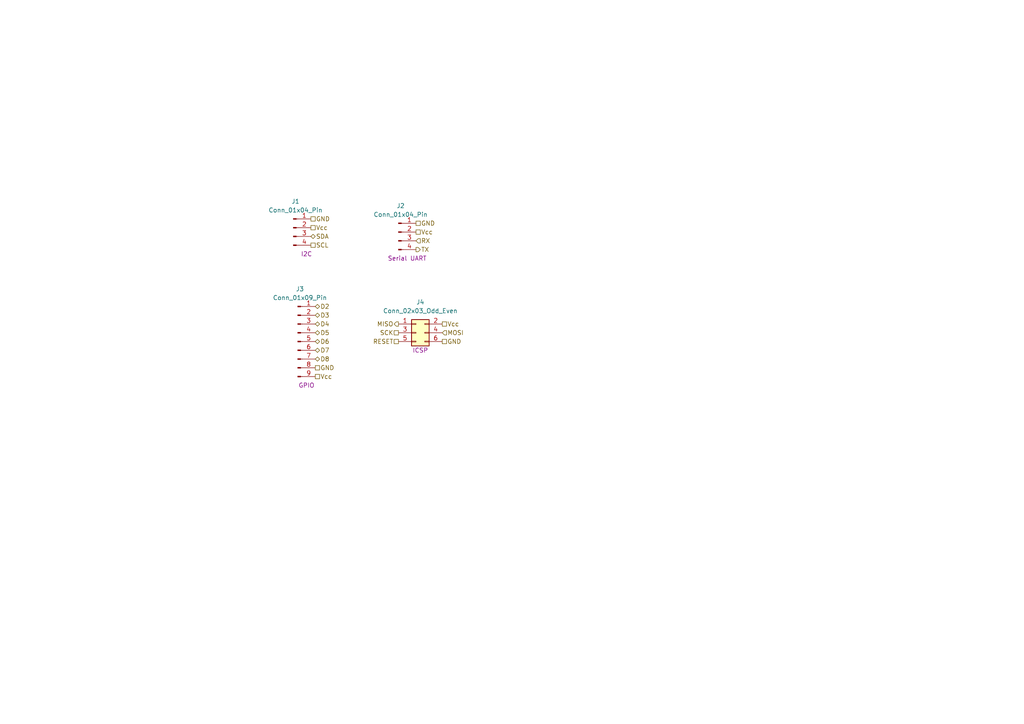
<source format=kicad_sch>
(kicad_sch (version 20250114) (generator "eeschema") (generator_version "9.0")
  (paper "A4")
  (lib_symbols
    (symbol "Connector:Conn_01x04_Pin" (pin_names (offset 1.016) (hide yes))
      (property "Reference" "J" (at 0 5.08 0))
      (property "Value" "Conn_01x04_Pin" (at 0 -7.62 0))
      (symbol "Conn_01x04_Pin_1_1"
        (rectangle (start 0.8636 2.667) (end 0 2.413) (stroke (width 0.1524)) (fill (type outline)))
        (rectangle (start 0.8636 0.127) (end 0 -0.127) (stroke (width 0.1524)) (fill (type outline)))
        (rectangle (start 0.8636 -2.413) (end 0 -2.667) (stroke (width 0.1524)) (fill (type outline)))
        (rectangle (start 0.8636 -4.953) (end 0 -5.207) (stroke (width 0.1524)) (fill (type outline)))
        (polyline (pts (xy 1.27 2.54) (xy 0.8636 2.54)) (stroke (width 0.1524)))
        (polyline (pts (xy 1.27 0) (xy 0.8636 0)) (stroke (width 0.1524)))
        (polyline (pts (xy 1.27 -2.54) (xy 0.8636 -2.54)) (stroke (width 0.1524)))
        (polyline (pts (xy 1.27 -5.08) (xy 0.8636 -5.08)) (stroke (width 0.1524)))
        (pin passive line (at 5.08 2.54 180) (length 3.81) (name "Pin_1") (number "1"))
        (pin passive line (at 5.08 0 180) (length 3.81) (name "Pin_2") (number "2"))
        (pin passive line (at 5.08 -2.54 180) (length 3.81) (name "Pin_3") (number "3"))
        (pin passive line (at 5.08 -5.08 180) (length 3.81) (name "Pin_4") (number "4"))
      )
    )
    (symbol "Connector:Conn_01x09_Pin" (pin_names (offset 1.016) (hide yes))
      (property "Reference" "J" (at 0 12.7 0))
      (property "Value" "Conn_01x09_Pin" (at 0 -12.7 0))
      (symbol "Conn_01x09_Pin_1_1"
        (rectangle (start 0.8636 10.287) (end 0 10.033) (stroke (width 0.1524)) (fill (type outline)))
        (rectangle (start 0.8636 7.747) (end 0 7.493) (stroke (width 0.1524)) (fill (type outline)))
        (rectangle (start 0.8636 5.207) (end 0 4.953) (stroke (width 0.1524)) (fill (type outline)))
        (rectangle (start 0.8636 2.667) (end 0 2.413) (stroke (width 0.1524)) (fill (type outline)))
        (rectangle (start 0.8636 0.127) (end 0 -0.127) (stroke (width 0.1524)) (fill (type outline)))
        (rectangle (start 0.8636 -2.413) (end 0 -2.667) (stroke (width 0.1524)) (fill (type outline)))
        (rectangle (start 0.8636 -4.953) (end 0 -5.207) (stroke (width 0.1524)) (fill (type outline)))
        (rectangle (start 0.8636 -7.493) (end 0 -7.747) (stroke (width 0.1524)) (fill (type outline)))
        (rectangle (start 0.8636 -10.033) (end 0 -10.287) (stroke (width 0.1524)) (fill (type outline)))
        (polyline (pts (xy 1.27 10.16) (xy 0.8636 10.16)) (stroke (width 0.1524)))
        (polyline (pts (xy 1.27 7.62) (xy 0.8636 7.62)) (stroke (width 0.1524)))
        (polyline (pts (xy 1.27 5.08) (xy 0.8636 5.08)) (stroke (width 0.1524)))
        (polyline (pts (xy 1.27 2.54) (xy 0.8636 2.54)) (stroke (width 0.1524)))
        (polyline (pts (xy 1.27 0) (xy 0.8636 0)) (stroke (width 0.1524)))
        (polyline (pts (xy 1.27 -2.54) (xy 0.8636 -2.54)) (stroke (width 0.1524)))
        (polyline (pts (xy 1.27 -5.08) (xy 0.8636 -5.08)) (stroke (width 0.1524)))
        (polyline (pts (xy 1.27 -7.62) (xy 0.8636 -7.62)) (stroke (width 0.1524)))
        (polyline (pts (xy 1.27 -10.16) (xy 0.8636 -10.16)) (stroke (width 0.1524)))
        (pin passive line (at 5.08 10.16 180) (length 3.81) (name "Pin_1") (number "1"))
        (pin passive line (at 5.08 7.62 180) (length 3.81) (name "Pin_2") (number "2"))
        (pin passive line (at 5.08 5.08 180) (length 3.81) (name "Pin_3") (number "3"))
        (pin passive line (at 5.08 2.54 180) (length 3.81) (name "Pin_4") (number "4"))
        (pin passive line (at 5.08 0 180) (length 3.81) (name "Pin_5") (number "5"))
        (pin passive line (at 5.08 -2.54 180) (length 3.81) (name "Pin_6") (number "6"))
        (pin passive line (at 5.08 -5.08 180) (length 3.81) (name "Pin_7") (number "7"))
        (pin passive line (at 5.08 -7.62 180) (length 3.81) (name "Pin_8") (number "8"))
        (pin passive line (at 5.08 -10.16 180) (length 3.81) (name "Pin_9") (number "9"))
      )
    )
    (symbol "Connector_Generic:Conn_02x03_Odd_Even" (pin_names (offset 1.016) (hide yes))
      (property "Reference" "J" (at 1.27 5.08 0))
      (property "Value" "Conn_02x03_Odd_Even" (at 1.27 -5.08 0))
      (symbol "Conn_02x03_Odd_Even_1_1"
        (rectangle (start -1.27 3.81) (end 3.81 -3.81) (stroke (width 0.254)) (fill (type background)))
        (rectangle (start -1.27 2.667) (end 0 2.413) (stroke (width 0.1524)))
        (rectangle (start -1.27 0.127) (end 0 -0.127) (stroke (width 0.1524)))
        (rectangle (start -1.27 -2.413) (end 0 -2.667) (stroke (width 0.1524)))
        (rectangle (start 3.81 2.667) (end 2.54 2.413) (stroke (width 0.1524)))
        (rectangle (start 3.81 0.127) (end 2.54 -0.127) (stroke (width 0.1524)))
        (rectangle (start 3.81 -2.413) (end 2.54 -2.667) (stroke (width 0.1524)))
        (pin passive line (at -5.08 2.54 0) (length 3.81) (name "Pin_1") (number "1"))
        (pin passive line (at -5.08 0 0) (length 3.81) (name "Pin_3") (number "3"))
        (pin passive line (at -5.08 -2.54 0) (length 3.81) (name "Pin_5") (number "5"))
        (pin passive line (at 7.62 2.54 180) (length 3.81) (name "Pin_2") (number "2"))
        (pin passive line (at 7.62 0 180) (length 3.81) (name "Pin_4") (number "4"))
        (pin passive line (at 7.62 -2.54 180) (length 3.81) (name "Pin_6") (number "6"))
      )
    )
  )
  (hierarchical_label "D5" (shape bidirectional) (at 91.44 96.52 0))
  (hierarchical_label "RESET" (shape passive) (at 115.57 99.06 180))
  (hierarchical_label "MOSI" (shape input) (at 128.27 96.52 0))
  (hierarchical_label "GND" (shape passive) (at 120.65 64.77 0))
  (hierarchical_label "Vcc" (shape passive) (at 90.17 66.04 0))
  (hierarchical_label "D8" (shape bidirectional) (at 91.44 104.14 0))
  (hierarchical_label "RX" (shape input) (at 120.65 69.85 0))
  (hierarchical_label "SDA" (shape bidirectional) (at 90.17 68.58 0))
  (hierarchical_label "SCK" (shape passive) (at 115.57 96.52 180))
  (hierarchical_label "Vcc" (shape passive) (at 91.44 109.22 0))
  (hierarchical_label "Vcc" (shape passive) (at 128.27 93.98 0))
  (hierarchical_label "MISO" (shape output) (at 115.57 93.98 180))
  (hierarchical_label "D2" (shape bidirectional) (at 91.44 88.9 0))
  (hierarchical_label "Vcc" (shape passive) (at 120.65 67.31 0))
  (hierarchical_label "SCL" (shape passive) (at 90.17 71.12 0))
  (hierarchical_label "GND" (shape passive) (at 128.27 99.06 0))
  (hierarchical_label "D6" (shape bidirectional) (at 91.44 99.06 0))
  (hierarchical_label "GND" (shape passive) (at 91.44 106.68 0))
  (hierarchical_label "GND" (shape passive) (at 90.17 63.5 0))
  (hierarchical_label "D4" (shape bidirectional) (at 91.44 93.98 0))
  (hierarchical_label "D3" (shape bidirectional) (at 91.44 91.44 0))
  (hierarchical_label "TX" (shape output) (at 120.65 72.39 0))
  (hierarchical_label "D7" (shape bidirectional) (at 91.44 101.6 0))
  (symbol (lib_id "Connector:Conn_01x09_Pin") (at 86.36 99.06 0) (unit 1)
    (property "Reference" "J3" (at 86.995 83.82 0))
    (property "Value" "Conn_01x09_Pin" (at 86.995 86.36 0))
    (property "Footprint" "Connector_PinHeader_2.54mm:PinHeader_1x09_P2.54mm_Vertical" (effects (hide yes)))
    (property "Description" "Generic connector, single row, 01x09, script generated" (effects (hide yes)))
    (property "Purpose" "GPIO" (at 88.9 111.76 0))
  )
  (symbol (lib_id "Connector_Generic:Conn_02x03_Odd_Even") (at 120.65 96.52 0) (unit 1)
    (property "Reference" "J4" (at 121.92 87.63 0))
    (property "Value" "Conn_02x03_Odd_Even" (at 121.92 90.17 0))
    (property "Footprint" "Connector_PinHeader_2.54mm:PinHeader_2x03_P2.54mm_Vertical" (effects (hide yes)))
    (property "Description" "Generic connector, double row, 02x03, odd/even pin numbering scheme (row 1 odd numbers, row 2 even numbers), script generated (kicad-library-utils/schlib/autogen/connector/)" (effects (hide yes)))
    (property "Purpose" "ICSP" (at 121.92 101.6 0))
  )
  (symbol (lib_id "Connector:Conn_01x04_Pin") (at 85.09 66.04 0) (unit 1)
    (property "Reference" "J1" (at 85.725 58.42 0))
    (property "Value" "Conn_01x04_Pin" (at 85.725 60.96 0))
    (property "Footprint" "Connector_PinHeader_2.54mm:PinHeader_1x04_P2.54mm_Vertical" (effects (hide yes)))
    (property "Description" "Generic connector, single row, 01x04, script generated" (effects (hide yes)))
    (property "Purpose" "I2C" (at 88.9 73.66 0))
  )
  (symbol (lib_id "Connector:Conn_01x04_Pin") (at 115.57 67.31 0) (unit 1)
    (property "Reference" "J2" (at 116.205 59.69 0))
    (property "Value" "Conn_01x04_Pin" (at 116.205 62.23 0))
    (property "Footprint" "Connector_PinHeader_2.54mm:PinHeader_1x04_P2.54mm_Vertical" (effects (hide yes)))
    (property "Description" "Generic connector, single row, 01x04, script generated" (effects (hide yes)))
    (property "Purpose" "Serial UART" (at 118.11 74.93 0))
  )
)
</source>
